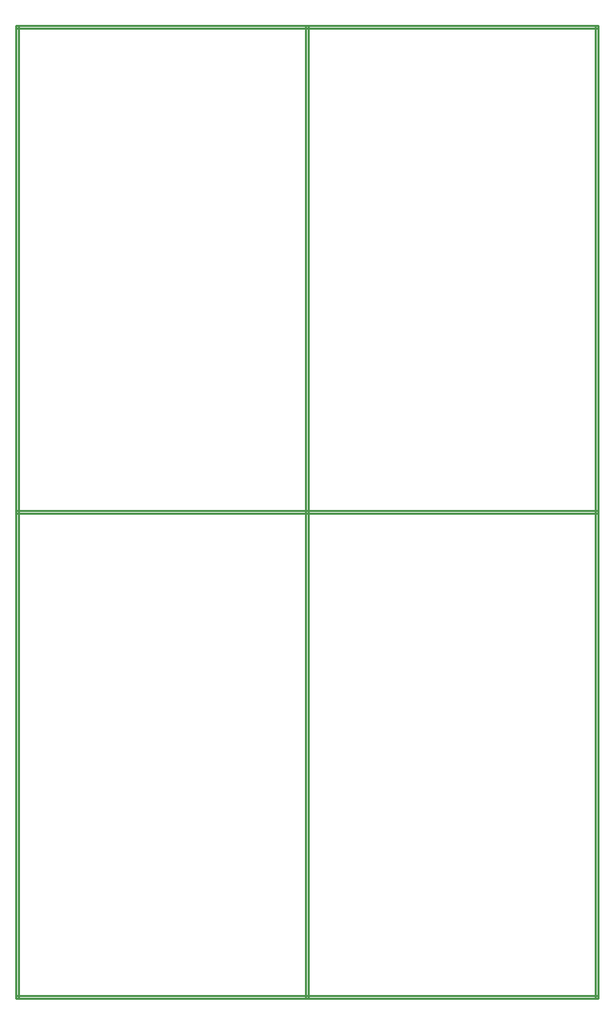
<source format=gbr>
G04 #@! TF.FileFunction,Profile,NP*
%FSLAX46Y46*%
G04 Gerber Fmt 4.6, Leading zero omitted, Abs format (unit mm)*
G04 Created by KiCad (PCBNEW 0.201601221447+6507~42~ubuntu15.10.1-product) date Fri 22 Jan 2016 07:17:07 PM EST*
%MOMM*%
G01*
G04 APERTURE LIST*
%ADD10C,0.100000*%
%ADD11C,0.254000*%
G04 APERTURE END LIST*
D10*
D11*
X12319000Y-131572000D02*
X83820000Y-131572000D01*
X12319000Y-131191000D02*
X83820000Y-131191000D01*
X12319000Y-72136000D02*
X83820000Y-72136000D01*
X12319000Y-71755000D02*
X83820000Y-71755000D01*
X12319000Y-12700000D02*
X83820000Y-12700000D01*
X12319000Y-12319000D02*
X83820000Y-12319000D01*
X83820000Y-12319000D02*
X83820000Y-131572000D01*
X83439000Y-12319000D02*
X83439000Y-131572000D01*
X48260000Y-12319000D02*
X48260000Y-131572000D01*
X47879000Y-12319000D02*
X47879000Y-131572000D01*
X12700000Y-12319000D02*
X12700000Y-131572000D01*
X12319000Y-12319000D02*
X12319000Y-131572000D01*
M02*

</source>
